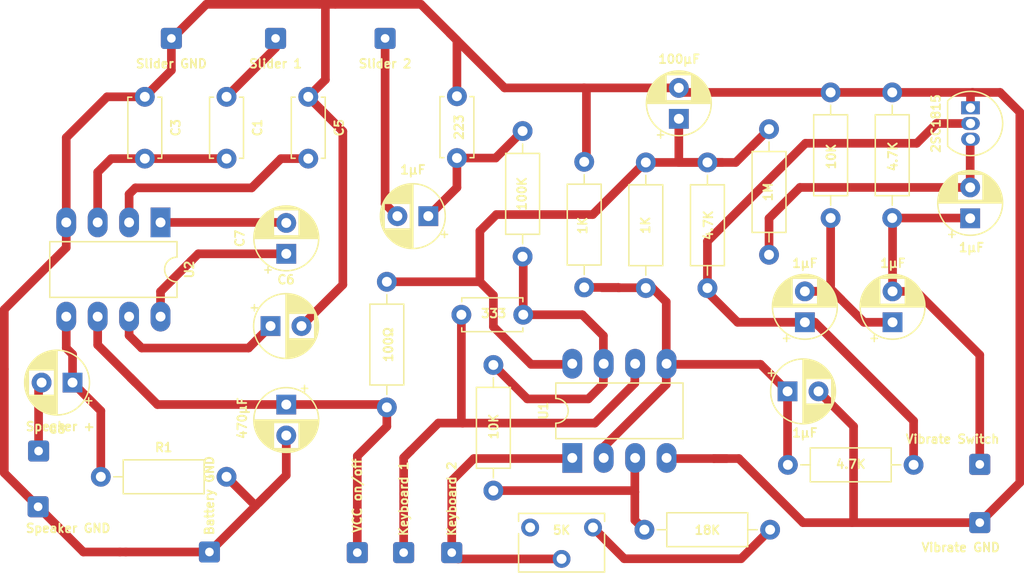
<source format=kicad_pcb>
(kicad_pcb (version 20221018) (generator pcbnew)
  (layers (0 "F.Cu" signal) (31 "B.Cu" signal) (34 "B.Paste" user) (35 "F.Paste" user) (36 "B.SilkS" user "B.Silkscreen") (37 "F.SilkS" user "F.Silkscreen") (38 "B.Mask" user) (39 "F.Mask" user) (44 "Edge.Cuts" user))
  (net 0 "")
  (net 1 "Net-(C1-Pad2)")
  (net 2 "GND")
  (net 3 "VCC")
  (net 4 "W")
  (net 5 "O")
  (net 6 "Net-(C6-Pad1)")
  (net 7 "Net-(C7-Pad1)")
  (net 8 "Net-(C10-Pad1)")
  (net 9 "G")
  (net 10 "Net-(C11-Pad1)")
  (net 11 "Net-(C13-Pad2)")
  (net 12 "V")
  (net 13 "Y")
  (net 14 "Net-(C14-Pad1)")
  (net 15 "Net-(C15-Pad1)")
  (net 16 "Net-(C16-Pad1)")
  (net 17 "Net-(C17-Pad1)")
  (net 18 "P")
  (net 19 "Net-(R11-Pad1)")
  (net 20 "Net-(R12-Pad1)")
  (net 21 "Net-(C5-Pad2)")
  (net 22 "Net-(C7-Pad2)")
  (net 23 "Net-(C8-Pad1)")
  (footprint "Capacitor_THT:CP_Radial_D5.0mm_P2.50mm" (layer "F.Cu") (at 178.816 99.822 -90)
    (fp_text reference "C2" hide)
    (fp_text value "470µF" (at 1.1049 3.556 90) (layer "F.SilkS") (effects (font (size 0.7 0.7))))
    (pad "1" thru_hole rect (at 0 0 270) (size 1.6 1.6) (drill 0.8) (layers "*.Cu" "*.Mask") (net 3 "VCC"))
    (pad "2" thru_hole circle (at 2.5 0 270) (size 1.6 1.6) (drill 0.8) (layers "*.Cu" "*.Mask") (net 2 "GND"))
  )
  (footprint "Capacitor_THT:CP_Radial_D5.0mm_P2.50mm" (layer "F.Cu") (at 210.5406 76.708 90)
    (fp_text reference "C10" hide)
    (fp_text value "100µF" (at 4.826 0.0254 180) (layer "F.SilkS") (effects (font (size 0.7 0.7))))
    (pad "1" thru_hole rect (at 0 0 90) (size 1.6 1.6) (drill 0.8) (layers "*.Cu" "*.Mask") (net 8 "Net-(C10-Pad1)"))
    (pad "2" thru_hole circle (at 2.5 0 90) (size 1.6 1.6) (drill 0.8) (layers "*.Cu" "*.Mask") (net 2 "GND"))
  )
  (footprint "Capacitor_THT:CP_Radial_D5.0mm_P2.50mm" (layer "F.Cu") (at 190.2968 84.582 180)
    (fp_text reference "C11" hide)
    (fp_text value "1µF" (at 1.25 3.75) (layer "F.SilkS") (effects (font (size 0.7 0.7))))
    (pad "1" thru_hole rect (at 0 0 180) (size 1.6 1.6) (drill 0.8) (layers "*.Cu" "*.Mask") (net 10 "Net-(C11-Pad1)"))
    (pad "2" thru_hole circle (at 2.5 0 180) (size 1.6 1.6) (drill 0.8) (layers "*.Cu" "*.Mask") (net 9 "G"))
  )
  (footprint "Capacitor_THT:C_Disc_D4.7mm_W2.5mm_P5.00mm" (layer "F.Cu") (at 192.6082 79.883 90)
    (fp_text reference "C12" hide)
    (fp_text value "223" (at 2.5 0.1778 90) (layer "F.SilkS") (effects (font (size 0.7 0.7))))
    (pad "1" thru_hole circle (at 0 0 90) (size 1.6 1.6) (drill 0.8) (layers "*.Cu" "*.Mask") (net 10 "Net-(C11-Pad1)"))
    (pad "2" thru_hole circle (at 5 0 90) (size 1.6 1.6) (drill 0.8) (layers "*.Cu" "*.Mask") (net 2 "GND"))
  )
  (footprint "Capacitor_THT:CP_Radial_D5.0mm_P2.50mm" (layer "F.Cu") (at 234.0864 84.7598 90)
    (fp_text reference "C13" hide)
    (fp_text value "1µF" (at -2.3622 0.1016 180) (layer "F.SilkS") (effects (font (size 0.7 0.7))))
    (pad "1" thru_hole rect (at 0 0 90) (size 1.6 1.6) (drill 0.8) (layers "*.Cu" "*.Mask") (net 12 "V"))
    (pad "2" thru_hole circle (at 2.5 0 90) (size 1.6 1.6) (drill 0.8) (layers "*.Cu" "*.Mask") (net 11 "Net-(C13-Pad2)"))
  )
  (footprint "Capacitor_THT:C_Disc_D4.7mm_W2.5mm_P5.00mm" (layer "F.Cu") (at 197.9676 92.5576 180)
    (fp_text reference "C14" hide)
    (fp_text value "333" (at 2.3876 0.1016) (layer "F.SilkS") (effects (font (size 0.7 0.7))))
    (pad "1" thru_hole circle (at 0 0 180) (size 1.6 1.6) (drill 0.8) (layers "*.Cu" "*.Mask") (net 14 "Net-(C14-Pad1)"))
    (pad "2" thru_hole circle (at 5 0 180) (size 1.6 1.6) (drill 0.8) (layers "*.Cu" "*.Mask") (net 13 "Y"))
  )
  (footprint "Capacitor_THT:CP_Radial_D5.0mm_P2.50mm" (layer "F.Cu") (at 227.8126 93.1672 90)
    (fp_text reference "C15" hide)
    (fp_text value "1µF" (at 4.7752 0.0254 180) (layer "F.SilkS") (effects (font (size 0.7 0.7))))
    (pad "1" thru_hole rect (at 0 0 90) (size 1.6 1.6) (drill 0.8) (layers "*.Cu" "*.Mask") (net 15 "Net-(C15-Pad1)"))
    (pad "2" thru_hole circle (at 2.5 0 90) (size 1.6 1.6) (drill 0.8) (layers "*.Cu" "*.Mask") (net 12 "V"))
  )
  (footprint "Capacitor_THT:CP_Radial_D5.0mm_P2.50mm" (layer "F.Cu") (at 219.329 98.7552)
    (fp_text reference "C16" hide)
    (fp_text value "1µF" (at 1.397 3.3528) (layer "F.SilkS") (effects (font (size 0.7 0.7))))
    (pad "1" thru_hole rect (at 0 0) (size 1.6 1.6) (drill 0.8) (layers "*.Cu" "*.Mask") (net 16 "Net-(C16-Pad1)"))
    (pad "2" thru_hole circle (at 2.5 0) (size 1.6 1.6) (drill 0.8) (layers "*.Cu" "*.Mask") (net 2 "GND"))
  )
  (footprint "Capacitor_THT:CP_Radial_D5.0mm_P2.50mm" (layer "F.Cu") (at 220.726 93.1672 90)
    (fp_text reference "C17" hide)
    (fp_text value "1µF" (at 4.7752 0 180) (layer "F.SilkS") (effects (font (size 0.7 0.7))))
    (pad "1" thru_hole rect (at 0 0 90) (size 1.6 1.6) (drill 0.8) (layers "*.Cu" "*.Mask") (net 17 "Net-(C17-Pad1)"))
    (pad "2" thru_hole circle (at 2.5 0 90) (size 1.6 1.6) (drill 0.8) (layers "*.Cu" "*.Mask") (net 15 "Net-(C15-Pad1)"))
  )
  (footprint "Connector_Wire:SolderWire-0.15sqmm_1x01_D0.5mm_OD1.5mm" (layer "F.Cu") (at 158.7627 108.0897)
    (fp_text reference "J2" hide)
    (fp_text value "Speaker GND" (at 2.4257 1.7399) (layer "F.SilkS") (effects (font (size 0.7 0.7))))
    (pad "1" thru_hole roundrect (at 0 0) (size 1.7 1.7) (drill 0.7) (layers "*.Cu" "*.Mask") (roundrect_rratio 0.147059) (net 2 "GND"))
  )
  (footprint "Connector_Wire:SolderWire-0.15sqmm_1x01_D0.5mm_OD1.5mm" (layer "F.Cu") (at 169.5323 70.2056)
    (fp_text reference "J3" hide)
    (fp_text value "Slider GND" (at 0 2.05) (layer "F.SilkS") (effects (font (size 0.7 0.7))))
    (pad "1" thru_hole roundrect (at 0 0) (size 1.7 1.7) (drill 0.7) (layers "*.Cu" "*.Mask") (roundrect_rratio 0.147059) (net 2 "GND"))
  )
  (footprint "Connector_Wire:SolderWire-0.15sqmm_1x01_D0.5mm_OD1.5mm" (layer "F.Cu") (at 234.8611 109.3724)
    (fp_text reference "J4" hide)
    (fp_text value "Vibrate GND" (at -1.5367 2.0066) (layer "F.SilkS") (effects (font (size 0.7 0.7))))
    (pad "1" thru_hole roundrect (at 0 0) (size 1.7 1.7) (drill 0.7) (layers "*.Cu" "*.Mask") (roundrect_rratio 0.147059) (net 2 "GND"))
  )
  (footprint "Connector_Wire:SolderWire-0.15sqmm_1x01_D0.5mm_OD1.5mm" (layer "F.Cu") (at 184.5564 111.7981)
    (fp_text reference "J5" hide)
    (fp_text value "VCC on/off" (at 0 -4.6101 90) (layer "F.SilkS") (effects (font (size 0.7 0.7))))
    (pad "1" thru_hole roundrect (at 0 0) (size 1.7 1.7) (drill 0.7) (layers "*.Cu" "*.Mask") (roundrect_rratio 0.147059) (net 3 "VCC"))
  )
  (footprint "Connector_Wire:SolderWire-0.15sqmm_1x01_D0.5mm_OD1.5mm" (layer "F.Cu") (at 158.8008 103.5812)
    (fp_text reference "J6" hide)
    (fp_text value "Speaker +" (at 1.7526 -1.9812) (layer "F.SilkS") (effects (font (size 0.7 0.7))))
    (pad "1" thru_hole roundrect (at 0 0) (size 1.7 1.7) (drill 0.7) (layers "*.Cu" "*.Mask") (roundrect_rratio 0.147059) (net 4 "W"))
  )
  (footprint "Connector_Wire:SolderWire-0.15sqmm_1x01_D0.5mm_OD1.5mm" (layer "F.Cu") (at 177.9524 70.2056)
    (fp_text reference "J7" hide)
    (fp_text value "Slider 1" (at 0 2.05) (layer "F.SilkS") (effects (font (size 0.7 0.7))))
    (pad "1" thru_hole roundrect (at 0 0) (size 1.7 1.7) (drill 0.7) (layers "*.Cu" "*.Mask") (roundrect_rratio 0.147059) (net 5 "O"))
  )
  (footprint "Connector_Wire:SolderWire-0.15sqmm_1x01_D0.5mm_OD1.5mm" (layer "F.Cu") (at 186.8043 70.2056)
    (fp_text reference "J8" hide)
    (fp_text value "Slider 2" (at 0 2.05) (layer "F.SilkS") (effects (font (size 0.7 0.7))))
    (pad "1" thru_hole roundrect (at 0 0) (size 1.7 1.7) (drill 0.7) (layers "*.Cu" "*.Mask") (roundrect_rratio 0.147059) (net 9 "G"))
  )
  (footprint "Connector_Wire:SolderWire-0.15sqmm_1x01_D0.5mm_OD1.5mm" (layer "F.Cu") (at 188.3029 111.7981)
    (fp_text reference "J9" hide)
    (fp_text value "Keyboard 1" (at 0 -4.3561 90) (layer "F.SilkS") (effects (font (size 0.7 0.7))))
    (pad "1" thru_hole roundrect (at 0 0) (size 1.7 1.7) (drill 0.7) (layers "*.Cu" "*.Mask") (roundrect_rratio 0.147059) (net 13 "Y"))
  )
  (footprint "Connector_Wire:SolderWire-0.15sqmm_1x01_D0.5mm_OD1.5mm" (layer "F.Cu") (at 192.1891 111.7981)
    (fp_text reference "J10" hide)
    (fp_text value "Keyboard 2" (at 0 -4.3561 90) (layer "F.SilkS") (effects (font (size 0.7 0.7))))
    (pad "1" thru_hole roundrect (at 0 0) (size 1.7 1.7) (drill 0.7) (layers "*.Cu" "*.Mask") (roundrect_rratio 0.147059) (net 18 "P"))
  )
  (footprint "Connector_Wire:SolderWire-0.15sqmm_1x01_D0.5mm_OD1.5mm" (layer "F.Cu") (at 234.8611 104.6607)
    (fp_text reference "J11" hide)
    (fp_text value "Vibrate Switch" (at -2.1971 -2.0447) (layer "F.SilkS") (effects (font (size 0.7 0.7))))
    (pad "1" thru_hole roundrect (at 0 0) (size 1.7 1.7) (drill 0.7) (layers "*.Cu" "*.Mask") (roundrect_rratio 0.147059) (net 12 "V"))
  )
  (footprint "Package_TO_SOT_THT:TO-92_Inline" (layer "F.Cu") (at 234.1118 75.819 -90)
    (fp_text reference "Q1" hide)
    (fp_text value "2SC1815" (at 1.27 2.79 90) (layer "F.SilkS") (effects (font (size 0.7 0.7))))
    (pad "1" thru_hole rect (at 0 0 270) (size 1.05 1.5) (drill 0.75) (layers "*.Cu" "*.Mask") (net 2 "GND"))
    (pad "2" thru_hole oval (at 1.27 0 270) (size 1.05 1.5) (drill 0.75) (layers "*.Cu" "*.Mask") (net 17 "Net-(C17-Pad1)"))
    (pad "3" thru_hole oval (at 2.54 0 270) (size 1.05 1.5) (drill 0.75) (layers "*.Cu" "*.Mask") (net 11 "Net-(C13-Pad2)"))
  )
  (footprint "Resistor_THT:R_Axial_DIN0207_L6.3mm_D2.5mm_P10.16mm_Horizontal" (layer "F.Cu") (at 186.944 89.8906 -90)
    (fp_text reference "R2" hide)
    (fp_text value "100Ω" (at 5.08 -0.127 90) (layer "F.SilkS") (effects (font (size 0.7 0.7))))
    (pad "1" thru_hole circle (at 0 0 270) (size 1.6 1.6) (drill 0.8) (layers "*.Cu" "*.Mask") (net 8 "Net-(C10-Pad1)"))
    (pad "2" thru_hole oval (at 10.16 0 270) (size 1.6 1.6) (drill 0.8) (layers "*.Cu" "*.Mask") (net 3 "VCC"))
  )
  (footprint "Resistor_THT:R_Axial_DIN0207_L6.3mm_D2.5mm_P10.16mm_Horizontal" (layer "F.Cu") (at 212.852 90.3986 90)
    (fp_text reference "R3" hide)
    (fp_text value "4.7K" (at 5.08 0.0762 90) (layer "F.SilkS") (effects (font (size 0.7 0.7))))
    (pad "1" thru_hole circle (at 0 0 90) (size 1.6 1.6) (drill 0.8) (layers "*.Cu" "*.Mask") (net 17 "Net-(C17-Pad1)"))
    (pad "2" thru_hole oval (at 10.16 0 90) (size 1.6 1.6) (drill 0.8) (layers "*.Cu" "*.Mask") (net 8 "Net-(C10-Pad1)"))
  )
  (footprint "Resistor_THT:R_Axial_DIN0207_L6.3mm_D2.5mm_P10.16mm_Horizontal" (layer "F.Cu") (at 217.8304 87.7062 90)
    (fp_text reference "R4" hide)
    (fp_text value "1M" (at 5.08 -0.0762 90) (layer "F.SilkS") (effects (font (size 0.7 0.7))))
    (pad "1" thru_hole circle (at 0 0 90) (size 1.6 1.6) (drill 0.8) (layers "*.Cu" "*.Mask") (net 11 "Net-(C13-Pad2)"))
    (pad "2" thru_hole oval (at 10.16 0 90) (size 1.6 1.6) (drill 0.8) (layers "*.Cu" "*.Mask") (net 8 "Net-(C10-Pad1)"))
  )
  (footprint "Resistor_THT:R_Axial_DIN0207_L6.3mm_D2.5mm_P10.16mm_Horizontal" (layer "F.Cu") (at 197.9168 77.6986 -90)
    (fp_text reference "R5" hide)
    (fp_text value "100K" (at 5.08 0.0508 90) (layer "F.SilkS") (effects (font (size 0.7 0.7))))
    (pad "1" thru_hole circle (at 0 0 270) (size 1.6 1.6) (drill 0.8) (layers "*.Cu" "*.Mask") (net 10 "Net-(C11-Pad1)"))
    (pad "2" thru_hole oval (at 10.16 0 270) (size 1.6 1.6) (drill 0.8) (layers "*.Cu" "*.Mask") (net 14 "Net-(C14-Pad1)"))
  )
  (footprint "Resistor_THT:R_Axial_DIN0207_L6.3mm_D2.5mm_P10.16mm_Horizontal" (layer "F.Cu") (at 207.8736 90.3986 90)
    (fp_text reference "R6" hide)
    (fp_text value "1K" (at 5.08 -0.0254 90) (layer "F.SilkS") (effects (font (size 0.7 0.7))))
    (pad "1" thru_hole circle (at 0 0 90) (size 1.6 1.6) (drill 0.8) (layers "*.Cu" "*.Mask") (net 16 "Net-(C16-Pad1)"))
    (pad "2" thru_hole oval (at 10.16 0 90) (size 1.6 1.6) (drill 0.8) (layers "*.Cu" "*.Mask") (net 8 "Net-(C10-Pad1)"))
  )
  (footprint "Resistor_THT:R_Axial_DIN0207_L6.3mm_D2.5mm_P10.16mm_Horizontal" (layer "F.Cu") (at 227.7872 84.7344 90)
    (fp_text reference "R7" hide)
    (fp_text value "4.7K" (at 4.9784 0.0508 90) (layer "F.SilkS") (effects (font (size 0.7 0.7))))
    (pad "1" thru_hole circle (at 0 0 90) (size 1.6 1.6) (drill 0.8) (layers "*.Cu" "*.Mask") (net 12 "V"))
    (pad "2" thru_hole oval (at 10.16 0 90) (size 1.6 1.6) (drill 0.8) (layers "*.Cu" "*.Mask") (net 2 "GND"))
  )
  (footprint "Resistor_THT:R_Axial_DIN0207_L6.3mm_D2.5mm_P10.16mm_Horizontal" (layer "F.Cu") (at 202.8952 80.1878 -90)
    (fp_text reference "R8" hide)
    (fp_text value "1K" (at 5.1562 0.127 90) (layer "F.SilkS") (effects (font (size 0.7 0.7))))
    (pad "1" thru_hole circle (at 0 0 270) (size 1.6 1.6) (drill 0.8) (layers "*.Cu" "*.Mask") (net 2 "GND"))
    (pad "2" thru_hole oval (at 10.16 0 270) (size 1.6 1.6) (drill 0.8) (layers "*.Cu" "*.Mask") (net 16 "Net-(C16-Pad1)"))
  )
  (footprint "Resistor_THT:R_Axial_DIN0207_L6.3mm_D2.5mm_P10.16mm_Horizontal" (layer "F.Cu") (at 222.8088 84.7344 90)
    (fp_text reference "R9" hide)
    (fp_text value "10K" (at 4.9784 0.0508 90) (layer "F.SilkS") (effects (font (size 0.7 0.7))))
    (pad "1" thru_hole circle (at 0 0 90) (size 1.6 1.6) (drill 0.8) (layers "*.Cu" "*.Mask") (net 15 "Net-(C15-Pad1)"))
    (pad "2" thru_hole oval (at 10.16 0 90) (size 1.6 1.6) (drill 0.8) (layers "*.Cu" "*.Mask") (net 2 "GND"))
  )
  (footprint "Resistor_THT:R_Axial_DIN0207_L6.3mm_D2.5mm_P10.16mm_Horizontal" (layer "F.Cu") (at 229.5144 104.6988 180)
    (fp_text reference "R10" hide)
    (fp_text value "4.7K" (at 5.08 0.0508) (layer "F.SilkS") (effects (font (size 0.7 0.7))))
    (pad "1" thru_hole circle (at 0 0 180) (size 1.6 1.6) (drill 0.8) (layers "*.Cu" "*.Mask") (net 17 "Net-(C17-Pad1)"))
    (pad "2" thru_hole oval (at 10.16 0 180) (size 1.6 1.6) (drill 0.8) (layers "*.Cu" "*.Mask") (net 16 "Net-(C16-Pad1)"))
  )
  (footprint "Resistor_THT:R_Axial_DIN0207_L6.3mm_D2.5mm_P10.16mm_Horizontal" (layer "F.Cu") (at 195.5546 106.7816 90)
    (fp_text reference "R11" hide)
    (fp_text value "10K" (at 5.1816 0.0254 90) (layer "F.SilkS") (effects (font (size 0.7 0.7))))
    (pad "1" thru_hole circle (at 0 0 90) (size 1.6 1.6) (drill 0.8) (layers "*.Cu" "*.Mask") (net 19 "Net-(R11-Pad1)"))
    (pad "2" thru_hole oval (at 10.16 0 90) (size 1.6 1.6) (drill 0.8) (layers "*.Cu" "*.Mask") (net 14 "Net-(C14-Pad1)"))
  )
  (footprint "Resistor_THT:R_Axial_DIN0207_L6.3mm_D2.5mm_P10.16mm_Horizontal" (layer "F.Cu") (at 217.9193 109.9439 180)
    (fp_text reference "R12" hide)
    (fp_text value "18K" (at 5.0673 -0.0381) (layer "F.SilkS") (effects (font (size 0.7 0.7))))
    (pad "1" thru_hole circle (at 0 0 180) (size 1.6 1.6) (drill 0.8) (layers "*.Cu" "*.Mask") (net 20 "Net-(R12-Pad1)"))
    (pad "2" thru_hole oval (at 10.16 0 180) (size 1.6 1.6) (drill 0.8) (layers "*.Cu" "*.Mask") (net 19 "Net-(R11-Pad1)"))
  )
  (footprint "Potentiometer_THT:Potentiometer_Bourns_3266W_Vertical" (layer "F.Cu") (at 203.6064 109.7661)
    (fp_text reference "R13" hide)
    (fp_text value "5K" (at -2.54 0.2159) (layer "F.SilkS") (effects (font (size 0.7 0.7))))
    (pad "1" thru_hole circle (at 0 0) (size 1.44 1.44) (drill 0.8) (layers "*.Cu" "*.Mask") (net 20 "Net-(R12-Pad1)"))
    (pad "2" thru_hole circle (at -2.54 2.54) (size 1.44 1.44) (drill 0.8) (layers "*.Cu" "*.Mask") (net 18 "P"))
    (pad "3" thru_hole circle (at -5.08 0) (size 1.44 1.44) (drill 0.8) (layers "*.Cu" "*.Mask"))
  )
  (footprint "Package_DIP:DIP-8_W7.62mm_LongPads" (layer "F.Cu") (at 201.93 104.14 90)
    (fp_text reference "U1" (at 3.81 -2.33 90) (layer "F.SilkS") (effects (font (size 0.7 0.7))))
    (fp_text value "LA6458")
    (pad "1" thru_hole rect (at 0 0 90) (size 2.4 1.6) (drill 0.8) (layers "*.Cu" "*.Mask") (net 18 "P"))
    (pad "2" thru_hole oval (at 0 2.54 90) (size 2.4 1.6) (drill 0.8) (layers "*.Cu" "*.Mask") (net 16 "Net-(C16-Pad1)"))
    (pad "3" thru_hole oval (at 0 5.08 90) (size 2.4 1.6) (drill 0.8) (layers "*.Cu" "*.Mask") (net 19 "Net-(R11-Pad1)"))
    (pad "4" thru_hole oval (at 0 7.62 90) (size 2.4 1.6) (drill 0.8) (layers "*.Cu" "*.Mask") (net 2 "GND"))
    (pad "5" thru_hole oval (at 7.62 7.62 90) (size 2.4 1.6) (drill 0.8) (layers "*.Cu" "*.Mask") (net 16 "Net-(C16-Pad1)"))
    (pad "6" thru_hole oval (at 7.62 5.08 90) (size 2.4 1.6) (drill 0.8) (layers "*.Cu" "*.Mask") (net 13 "Y"))
    (pad "7" thru_hole oval (at 7.62 2.54 90) (size 2.4 1.6) (drill 0.8) (layers "*.Cu" "*.Mask") (net 14 "Net-(C14-Pad1)"))
    (pad "8" thru_hole oval (at 7.62 0 90) (size 2.4 1.6) (drill 0.8) (layers "*.Cu" "*.Mask") (net 8 "Net-(C10-Pad1)"))
  )
  (footprint "Capacitor_THT:C_Disc_D4.7mm_W2.5mm_P5.00mm" (layer "F.Cu") (at 173.99 74.93 -90)
    (fp_text reference "C1" (at 2.5 -2.5 90) (layer "F.SilkS") (effects (font (size 0.7 0.7))))
    (fp_text value "0.27µF")
    (pad "1" thru_hole circle (at 0 0 270) (size 1.6 1.6) (drill 0.8) (layers "*.Cu" "*.Mask") (net 5 "O"))
    (pad "2" thru_hole circle (at 5 0 270) (size 1.6 1.6) (drill 0.8) (layers "*.Cu" "*.Mask") (net 1 "Net-(C1-Pad2)"))
  )
  (footprint "Capacitor_THT:C_Disc_D4.7mm_W2.5mm_P5.00mm" (layer "F.Cu") (at 167.386 74.93 -90)
    (fp_text reference "C3" (at 2.5 -2.5 90) (layer "F.SilkS") (effects (font (size 0.7 0.7))))
    (fp_text value "47pF")
    (pad "1" thru_hole circle (at 0 0 270) (size 1.6 1.6) (drill 0.8) (layers "*.Cu" "*.Mask") (net 2 "GND"))
    (pad "2" thru_hole circle (at 5 0 270) (size 1.6 1.6) (drill 0.8) (layers "*.Cu" "*.Mask") (net 1 "Net-(C1-Pad2)"))
  )
  (footprint "Capacitor_THT:C_Disc_D4.7mm_W2.5mm_P5.00mm" (layer "F.Cu") (at 180.594 74.93 -90)
    (fp_text reference "C5" (at 2.5 -2.5 90) (layer "F.SilkS") (effects (font (size 0.7 0.7))))
    (fp_text value "0.27µF")
    (pad "1" thru_hole circle (at 0 0 270) (size 1.6 1.6) (drill 0.8) (layers "*.Cu" "*.Mask") (net 2 "GND"))
    (pad "2" thru_hole circle (at 5 0 270) (size 1.6 1.6) (drill 0.8) (layers "*.Cu" "*.Mask") (net 21 "Net-(C5-Pad2)"))
  )
  (footprint "Capacitor_THT:CP_Radial_D5.0mm_P2.50mm" (layer "F.Cu") (at 177.546 93.472)
    (fp_text reference "C6" (at 1.25 -3.75) (layer "F.SilkS") (effects (font (size 0.7 0.7))))
    (fp_text value "10µF")
    (pad "1" thru_hole rect (at 0 0) (size 1.6 1.6) (drill 0.8) (layers "*.Cu" "*.Mask") (net 6 "Net-(C6-Pad1)"))
    (pad "2" thru_hole circle (at 2.5 0) (size 1.6 1.6) (drill 0.8) (layers "*.Cu" "*.Mask") (net 2 "GND"))
  )
  (footprint "Capacitor_THT:CP_Radial_D5.0mm_P2.50mm" (layer "F.Cu") (at 178.816 87.63 90)
    (fp_text reference "C7" (at 1.25 -3.75 90) (layer "F.SilkS") (effects (font (size 0.7 0.7))))
    (fp_text value "10µF")
    (pad "1" thru_hole rect (at 0 0 90) (size 1.6 1.6) (drill 0.8) (layers "*.Cu" "*.Mask") (net 7 "Net-(C7-Pad1)"))
    (pad "2" thru_hole circle (at 2.5 0 90) (size 1.6 1.6) (drill 0.8) (layers "*.Cu" "*.Mask") (net 22 "Net-(C7-Pad2)"))
  )
  (footprint "Capacitor_THT:CP_Radial_D5.0mm_P2.50mm" (layer "F.Cu") (at 161.544 98.044 180)
    (fp_text reference "C8" (at 1.25 -3.75) (layer "F.SilkS") (effects (font (size 0.7 0.7))))
    (fp_text value "470µF")
    (pad "1" thru_hole rect (at 0 0 180) (size 1.6 1.6) (drill 0.8) (layers "*.Cu" "*.Mask") (net 23 "Net-(C8-Pad1)"))
    (pad "2" thru_hole circle (at 2.5 0 180) (size 1.6 1.6) (drill 0.8) (layers "*.Cu" "*.Mask") (net 4 "W"))
  )
  (footprint "Resistor_THT:R_Axial_DIN0207_L6.3mm_D2.5mm_P10.16mm_Horizontal" (layer "F.Cu") (at 163.83 105.664)
    (fp_text reference "R1" (at 5.08 -2.37) (layer "F.SilkS") (effects (font (size 0.7 0.7))))
    (fp_text value "100Ω")
    (pad "1" thru_hole circle (at 0 0) (size 1.6 1.6) (drill 0.8) (layers "*.Cu" "*.Mask") (net 23 "Net-(C8-Pad1)"))
    (pad "2" thru_hole oval (at 10.16 0) (size 1.6 1.6) (drill 0.8) (layers "*.Cu" "*.Mask") (net 2 "GND"))
  )
  (footprint "Package_DIP:DIP-8_W7.62mm_LongPads" (layer "F.Cu") (at 168.656 85.09 -90)
    (fp_text reference "U2" (at 3.81 -2.33 90) (layer "F.SilkS") (effects (font (size 0.7 0.7))))
    (fp_text value "LM386")
    (pad "1" thru_hole rect (at 0 0 270) (size 2.4 1.6) (drill 0.8) (layers "*.Cu" "*.Mask") (net 22 "Net-(C7-Pad2)"))
    (pad "2" thru_hole oval (at 0 2.54 270) (size 2.4 1.6) (drill 0.8) (layers "*.Cu" "*.Mask") (net 21 "Net-(C5-Pad2)"))
    (pad "3" thru_hole oval (at 0 5.08 270) (size 2.4 1.6) (drill 0.8) (layers "*.Cu" "*.Mask") (net 1 "Net-(C1-Pad2)"))
    (pad "4" thru_hole oval (at 0 7.62 270) (size 2.4 1.6) (drill 0.8) (layers "*.Cu" "*.Mask") (net 2 "GND"))
    (pad "5" thru_hole oval (at 7.62 7.62 270) (size 2.4 1.6) (drill 0.8) (layers "*.Cu" "*.Mask") (net 23 "Net-(C8-Pad1)"))
    (pad "6" thru_hole oval (at 7.62 5.08 270) (size 2.4 1.6) (drill 0.8) (layers "*.Cu" "*.Mask") (net 3 "VCC"))
    (pad "7" thru_hole oval (at 7.62 2.54 270) (size 2.4 1.6) (drill 0.8) (layers "*.Cu" "*.Mask") (net 6 "Net-(C6-Pad1)"))
    (pad "8" thru_hole oval (at 7.62 0 270) (size 2.4 1.6) (drill 0.8) (layers "*.Cu" "*.Mask") (net 7 "Net-(C7-Pad1)"))
  )
  (footprint "Connector_Wire:SolderWire-0.15sqmm_1x01_D0.5mm_OD1.5mm" (layer "F.Cu") (at 172.6057 111.7473)
    (fp_text reference "J1" hide)
    (fp_text value "Battery GND" (at 0 -4.5593 90) (layer "F.SilkS") (effects (font (size 0.7 0.7))))
    (pad "1" thru_hole roundrect (at 0 0) (size 1.7 1.7) (drill 0.7) (layers "*.Cu" "*.Mask") (roundrect_rratio 0.147059) (net 2 "GND"))
  )
  (segment (start 163.576 81.026) (end 163.576 85.09) (width 0.7) (layer "F.Cu") (net 1))
  (segment (start 164.672 79.93) (end 163.576 81.026) (width 0.7) (layer "F.Cu") (net 1))
  (segment (start 173.99 79.93) (end 164.672 79.93) (width 0.7) (layer "F.Cu") (net 1))
  (segment (start 213.3854 104.1908) (end 214.4014 104.1908) (width 0.7) (layer "F.Cu") (net 2))
  (segment (start 177.4209 106.9321) (end 176.5935 107.7595) (width 0.7) (layer "F.Cu") (net 2))
  (segment (start 180.594 74.93) (end 183.388 77.724) (width 0.7) (layer "F.Cu") (net 2))
  (segment (start 238.0996 106.1339) (end 234.8611 109.3724) (width 0.7) (layer "F.Cu") (net 2))
  (segment (start 183.388 90.13) (end 180.046 93.472) (width 0.7) (layer "F.Cu") (net 2))
  (segment (start 215.392 104.1908) (end 213.3854 104.1908) (width 0.7) (layer "F.Cu") (net 2))
  (segment (start 181.9783 73.5457) (end 180.594 74.93) (width 0.7) (layer "F.Cu") (net 2))
  (segment (start 172.6057 111.7473) (end 165.8493 111.7473) (width 0.7) (layer "F.Cu") (net 2))
  (segment (start 196.4582 74.208) (end 192.0494 69.7992) (width 0.7) (layer "F.Cu") (net 2))
  (segment (start 156.0322 92.1258) (end 161.036 87.122) (width 0.7) (layer "F.Cu") (net 2))
  (segment (start 224.536 109.3724) (end 220.5736 109.3724) (width 0.7) (layer "F.Cu") (net 2))
  (segment (start 165.3667 111.7473) (end 162.4203 111.7473) (width 0.7) (layer "F.Cu") (net 2))
  (segment (start 234.1118 74.7395) (end 234.2769 74.5744) (width 0.7) (layer "F.Cu") (net 2))
  (segment (start 221.829 98.7552) (end 224.663 101.5892) (width 0.7) (layer "F.Cu") (net 2))
  (segment (start 238.0996 76.1746) (end 238.0996 106.1339) (width 0.7) (layer "F.Cu") (net 2))
  (segment (start 161.036 87.122) (end 161.036 85.09) (width 0.7) (layer "F.Cu") (net 2))
  (segment (start 234.8611 109.3724) (end 224.536 109.3724) (width 0.7) (layer "F.Cu") (net 2))
  (segment (start 173.99 105.664) (end 176.3395 108.0135) (width 0.7) (layer "F.Cu") (net 2))
  (segment (start 169.5323 70.2056) (end 169.5323 72.7837) (width 0.7) (layer "F.Cu") (net 2))
  (segment (start 182.7784 67.4497) (end 189.6999 67.4497) (width 0.7) (layer "F.Cu") (net 2))
  (segment (start 224.663 109.2454) (end 224.536 109.3724) (width 0.7) (layer "F.Cu") (net 2))
  (segment (start 181.9783 67.4497) (end 181.9783 73.5457) (width 0.7) (layer "F.Cu") (net 2))
  (segment (start 169.5958 70.2056) (end 172.3517 67.4497) (width 0.7) (layer "F.Cu") (net 2))
  (segment (start 234.2769 74.5744) (end 236.4994 74.5744) (width 0.7) (layer "F.Cu") (net 2))
  (segment (start 176.5935 107.7595) (end 176.3395 108.0135) (width 0.7) (layer "F.Cu") (net 2))
  (segment (start 224.663 101.5892) (end 224.663 109.2454) (width 0.7) (layer "F.Cu") (net 2))
  (segment (start 183.388 77.724) (end 183.388 90.13) (width 0.7) (layer "F.Cu") (net 2))
  (segment (start 236.4994 74.5744) (end 238.0996 76.1746) (width 0.7) (layer "F.Cu") (net 2))
  (segment (start 172.3517 67.4497) (end 181.4957 67.4497) (width 0.7) (layer "F.Cu") (net 2))
  (segment (start 161.036 85.09) (end 161.036 78.232) (width 0.7) (layer "F.Cu") (net 2))
  (segment (start 203.073 80.1878) (end 203.073 74.3966) (width 0.7) (layer "F.Cu") (net 2))
  (segment (start 169.5323 72.7837) (end 167.386 74.93) (width 0.7) (layer "F.Cu") (net 2))
  (segment (start 178.816 105.537) (end 176.5935 107.7595) (width 0.7) (layer "F.Cu") (net 2))
  (segment (start 164.338 74.93) (end 167.386 74.93) (width 0.7) (layer "F.Cu") (net 2))
  (segment (start 192.6082 74.883) (end 192.6082 70.358) (width 0.7) (layer "F.Cu") (net 2))
  (segment (start 210.907 74.5744) (end 210.5406 74.208) (width 0.7) (layer "F.Cu") (net 2))
  (segment (start 178.816 102.322) (end 178.816 105.537) (width 0.7) (layer "F.Cu") (net 2))
  (segment (start 161.036 78.232) (end 164.338 74.93) (width 0.7) (layer "F.Cu") (net 2))
  (segment (start 189.6999 67.4497) (end 192.0494 69.7992) (width 0.7) (layer "F.Cu") (net 2))
  (segment (start 156.0322 96.9518) (end 156.0322 92.1258) (width 0.7) (layer "F.Cu") (net 2))
  (segment (start 222.7072 74.5744) (end 210.907 74.5744) (width 0.7) (layer "F.Cu") (net 2))
  (segment (start 169.5323 70.2056) (end 169.5958 70.2056) (width 0.7) (layer "F.Cu") (net 2))
  (segment (start 202.8844 74.208) (end 196.4582 74.208) (width 0.7) (layer "F.Cu") (net 2))
  (segment (start 227.7872 74.5744) (end 234.2769 74.5744) (width 0.7) (layer "F.Cu") (net 2))
  (segment (start 181.9783 67.4497) (end 182.7784 67.4497) (width 0.7) (layer "F.Cu") (net 2))
  (segment (start 165.8493 111.7473) (end 165.3667 111.7473) (width 0.7) (layer "F.Cu") (net 2))
  (segment (start 203.073 74.3966) (end 202.8844 74.208) (width 0.7) (layer "F.Cu") (net 2))
  (segment (start 156.0322 105.3592) (end 158.7627 108.0897) (width 0.7) (layer "F.Cu") (net 2))
  (segment (start 220.5736 109.3724) (end 215.392 104.1908) (width 0.7) (layer "F.Cu") (net 2))
  (segment (start 156.0322 96.9518) (end 156.0322 105.3592) (width 0.7) (layer "F.Cu") (net 2))
  (segment (start 192.0494 69.7992) (end 192.6082 70.358) (width 0.7) (layer "F.Cu") (net 2))
  (segment (start 227.7872 74.5744) (end 222.7072 74.5744) (width 0.7) (layer "F.Cu") (net 2))
  (segment (start 162.4203 111.7473) (end 158.7627 108.0897) (width 0.7) (layer "F.Cu") (net 2))
  (segment (start 234.1118 75.819) (end 234.1118 74.7395) (width 0.7) (layer "F.Cu") (net 2))
  (segment (start 210.5406 74.208) (end 202.8844 74.208) (width 0.7) (layer "F.Cu") (net 2))
  (segment (start 181.4957 67.4497) (end 181.9783 67.4497) (width 0.7) (layer "F.Cu") (net 2))
  (segment (start 209.5246 104.1908) (end 213.3854 104.1908) (width 0.7) (layer "F.Cu") (net 2))
  (segment (start 176.3395 108.0135) (end 172.6057 111.7473) (width 0.7) (layer "F.Cu") (net 2))
  (segment (start 168.402 99.822) (end 166.243 97.663) (width 0.7) (layer "F.Cu") (net 3))
  (segment (start 184.5564 111.7981) (end 184.5564 103.9876) (width 0.7) (layer "F.Cu") (net 3))
  (segment (start 178.816 99.822) (end 168.402 99.822) (width 0.7) (layer "F.Cu") (net 3))
  (segment (start 166.243 97.663) (end 166.624 98.044) (width 0.7) (layer "F.Cu") (net 3))
  (segment (start 178.816 99.822) (end 186.7154 99.822) (width 0.7) (layer "F.Cu") (net 3))
  (segment (start 184.5564 103.9876) (end 186.944 101.6) (width 0.7) (layer "F.Cu") (net 3))
  (segment (start 163.576 92.71) (end 163.576 94.996) (width 0.7) (layer "F.Cu") (net 3))
  (segment (start 163.576 94.996) (end 166.243 97.663) (width 0.7) (layer "F.Cu") (net 3))
  (segment (start 186.7154 99.822) (end 186.944 100.0506) (width 0.7) (layer "F.Cu") (net 3))
  (segment (start 186.944 101.6) (end 186.944 100.0506) (width 0.7) (layer "F.Cu") (net 3))
  (segment (start 158.8008 98.2872) (end 159.044 98.044) (width 0.7) (layer "F.Cu") (net 4))
  (segment (start 158.8008 103.5812) (end 158.8008 98.2872) (width 0.7) (layer "F.Cu") (net 4))
  (segment (start 177.9524 70.9676) (end 173.99 74.93) (width 0.7) (layer "F.Cu") (net 5))
  (segment (start 177.9524 70.2056) (end 177.9524 70.9676) (width 0.7) (layer "F.Cu") (net 5))
  (segment (start 166.116 92.71) (end 166.116 94.234) (width 0.7) (layer "F.Cu") (net 6))
  (segment (start 167.132 95.25) (end 175.768 95.25) (width 0.7) (layer "F.Cu") (net 6))
  (segment (start 175.768 95.25) (end 177.546 93.472) (width 0.7) (layer "F.Cu") (net 6))
  (segment (start 166.116 94.234) (end 167.132 95.25) (width 0.7) (layer "F.Cu") (net 6))
  (segment (start 168.656 90.678) (end 171.069 88.265) (width 0.7) (layer "F.Cu") (net 7))
  (segment (start 171.704 87.63) (end 171.069 88.265) (width 0.7) (layer "F.Cu") (net 7))
  (segment (start 178.816 87.63) (end 171.704 87.63) (width 0.7) (layer "F.Cu") (net 7))
  (segment (start 171.069 88.265) (end 171.196 88.138) (width 0.7) (layer "F.Cu") (net 7))
  (segment (start 168.656 92.71) (end 168.656 90.678) (width 0.7) (layer "F.Cu") (net 7))
  (segment (start 201.9046 96.5708) (end 198.6026 96.5708) (width 0.7) (layer "F.Cu") (net 8))
  (segment (start 203.581 84.455) (end 207.7974 80.2386) (width 0.7) (layer "F.Cu") (net 8))
  (segment (start 212.5218 80.2386) (end 214.0458 80.2386) (width 0.7) (layer "F.Cu") (net 8))
  (segment (start 194.4624 85.7885) (end 195.7959 84.455) (width 0.7) (layer "F.Cu") (net 8))
  (segment (start 215.138 80.2386) (end 217.8304 77.5462) (width 0.7) (layer "F.Cu") (net 8))
  (segment (start 194.4624 89.8906) (end 194.4624 85.7885) (width 0.7) (layer "F.Cu") (net 8))
  (segment (start 210.5406 80.2386) (end 212.5218 80.2386) (width 0.7) (layer "F.Cu") (net 8))
  (segment (start 194.4624 89.8906) (end 195.5546 90.9828) (width 0.7) (layer "F.Cu") (net 8))
  (segment (start 195.5546 93.5228) (end 195.5546 90.9828) (width 0.7) (layer "F.Cu") (net 8))
  (segment (start 210.5406 76.708) (end 210.5406 80.2386) (width 0.7) (layer "F.Cu") (net 8))
  (segment (start 212.852 80.2386) (end 215.138 80.2386) (width 0.7) (layer "F.Cu") (net 8))
  (segment (start 195.7959 84.455) (end 203.581 84.455) (width 0.7) (layer "F.Cu") (net 8))
  (segment (start 186.944 89.8906) (end 194.4624 89.8906) (width 0.7) (layer "F.Cu") (net 8))
  (segment (start 207.7974 80.2386) (end 212.5218 80.2386) (width 0.7) (layer "F.Cu") (net 8))
  (segment (start 198.6026 96.5708) (end 195.5546 93.5228) (width 0.7) (layer "F.Cu") (net 8))
  (segment (start 186.8043 83.5895) (end 187.7968 84.582) (width 0.7) (layer "F.Cu") (net 9))
  (segment (start 186.8043 70.2056) (end 186.8043 83.5895) (width 0.7) (layer "F.Cu") (net 9))
  (segment (start 192.6082 79.883) (end 195.7324 79.883) (width 0.7) (layer "F.Cu") (net 10))
  (segment (start 192.6082 79.883) (end 192.6082 82.2706) (width 0.7) (layer "F.Cu") (net 10))
  (segment (start 192.6082 82.2706) (end 190.2968 84.582) (width 0.7) (layer "F.Cu") (net 10))
  (segment (start 195.7324 79.883) (end 197.9168 77.6986) (width 0.7) (layer "F.Cu") (net 10))
  (segment (start 234.0864 82.2598) (end 220.3304 82.2598) (width 0.7) (layer "F.Cu") (net 11))
  (segment (start 217.8304 87.7062) (end 217.8304 84.7598) (width 0.7) (layer "F.Cu") (net 11))
  (segment (start 217.8304 84.7598) (end 220.3304 82.2598) (width 0.7) (layer "F.Cu") (net 11))
  (segment (start 234.0864 82.2598) (end 234.0864 78.3844) (width 0.7) (layer "F.Cu") (net 11))
  (segment (start 234.0864 78.3844) (end 234.1118 78.359) (width 0.7) (layer "F.Cu") (net 11))
  (segment (start 227.8126 90.6672) (end 229.7195 90.6672) (width 0.7) (layer "F.Cu") (net 12))
  (segment (start 227.7872 84.7344) (end 234.061 84.7344) (width 0.7) (layer "F.Cu") (net 12))
  (segment (start 227.8126 84.7598) (end 227.7872 84.7344) (width 0.7) (layer "F.Cu") (net 12))
  (segment (start 229.7195 90.6672) (end 234.8611 95.8088) (width 0.7) (layer "F.Cu") (net 12))
  (segment (start 227.8126 90.6672) (end 227.8126 84.7598) (width 0.7) (layer "F.Cu") (net 12))
  (segment (start 234.8611 95.8088) (end 234.8611 104.6607) (width 0.7) (layer "F.Cu") (net 12))
  (segment (start 234.061 84.7344) (end 234.0864 84.7598) (width 0.7) (layer "F.Cu") (net 12))
  (segment (start 192.9676 101.2228) (end 193.0654 101.3206) (width 0.7) (layer "F.Cu") (net 13))
  (segment (start 192.9676 92.5576) (end 192.9676 101.2228) (width 0.7) (layer "F.Cu") (net 13))
  (segment (start 203.7588 101.3206) (end 193.0654 101.3206) (width 0.7) (layer "F.Cu") (net 13))
  (segment (start 188.88075 103.54945) (end 188.3664 104.0638) (width 0.7) (layer "F.Cu") (net 13))
  (segment (start 193.0654 101.3206) (end 191.1096 101.3206) (width 0.7) (layer "F.Cu") (net 13))
  (segment (start 188.3029 104.1273) (end 188.88075 103.54945) (width 0.7) (layer "F.Cu") (net 13))
  (segment (start 191.1096 101.3206) (end 188.88075 103.54945) (width 0.7) (layer "F.Cu") (net 13))
  (segment (start 206.9846 98.0948) (end 203.7588 101.3206) (width 0.7) (layer "F.Cu") (net 13))
  (segment (start 206.9846 96.5708) (end 206.9846 98.0948) (width 0.7) (layer "F.Cu") (net 13))
  (segment (start 188.3029 111.7981) (end 188.3029 104.1273) (width 0.7) (layer "F.Cu") (net 13))
  (segment (start 204.4446 98.1456) (end 203.2254 99.3648) (width 0.7) (layer "F.Cu") (net 14))
  (segment (start 204.4446 94.2594) (end 204.4446 96.5708) (width 0.7) (layer "F.Cu") (net 14))
  (segment (start 202.7428 92.5576) (end 204.4446 94.2594) (width 0.7) (layer "F.Cu") (net 14))
  (segment (start 204.4446 96.5708) (end 204.4446 98.1456) (width 0.7) (layer "F.Cu") (net 14))
  (segment (start 197.9676 92.5576) (end 197.9676 87.9094) (width 0.7) (layer "F.Cu") (net 14))
  (segment (start 198.2978 99.3648) (end 195.5546 96.6216) (width 0.7) (layer "F.Cu") (net 14))
  (segment (start 197.9676 92.5576) (end 202.7428 92.5576) (width 0.7) (layer "F.Cu") (net 14))
  (segment (start 197.9676 87.9094) (end 197.9168 87.8586) (width 0.7) (layer "F.Cu") (net 14))
  (segment (start 203.2254 99.3648) (end 198.2978 99.3648) (width 0.7) (layer "F.Cu") (net 14))
  (segment (start 222.8088 84.7344) (end 222.8088 90.4748) (width 0.7) (layer "F.Cu") (net 15))
  (segment (start 223.647 91.313) (end 225.5012 93.1672) (width 0.7) (layer "F.Cu") (net 15))
  (segment (start 222.8088 90.4748) (end 223.647 91.313) (width 0.7) (layer "F.Cu") (net 15))
  (segment (start 220.726 90.6672) (end 223.0012 90.6672) (width 0.7) (layer "F.Cu") (net 15))
  (segment (start 220.726 90.6672) (end 222.6164 90.6672) (width 0.7) (layer "F.Cu") (net 15))
  (segment (start 222.6164 90.6672) (end 222.8088 90.4748) (width 0.7) (layer "F.Cu") (net 15))
  (segment (start 223.0012 90.6672) (end 223.647 91.313) (width 0.7) (layer "F.Cu") (net 15))
  (segment (start 225.5012 93.1672) (end 227.8126 93.1672) (width 0.7) (layer "F.Cu") (net 15))
  (segment (start 205.6892 90.3732) (end 208.3816 90.3732) (width 0.7) (layer "F.Cu") (net 16))
  (segment (start 219.329 98.7552) (end 219.329 104.6734) (width 0.7) (layer "F.Cu") (net 16))
  (segment (start 219.329 104.6734) (end 219.3544 104.6988) (width 0.7) (layer "F.Cu") (net 16))
  (segment (start 209.5246 98.1964) (end 209.5246 96.5708) (width 0.7) (layer "F.Cu") (net 16))
  (segment (start 208.3816 90.3732) (end 208.407 90.3986) (width 0.7) (layer "F.Cu") (net 16))
  (segment (start 204.4446 104.1908) (end 204.4446 103.2764) (width 0.7) (layer "F.Cu") (net 16))
  (segment (start 203.073 90.3478) (end 205.6638 90.3478) (width 0.7) (layer "F.Cu") (net 16))
  (segment (start 204.4446 103.2764) (end 209.5246 98.1964) (width 0.7) (layer "F.Cu") (net 16))
  (segment (start 205.6638 90.3478) (end 205.6892 90.3732) (width 0.7) (layer "F.Cu") (net 16))
  (segment (start 209.5246 96.5708) (end 209.5246 91.5162) (width 0.7) (layer "F.Cu") (net 16))
  (segment (start 209.5246 91.5162) (end 208.407 90.3986) (width 0.7) (layer "F.Cu") (net 16))
  (segment (start 204.3176 90.3732) (end 205.6892 90.3732) (width 0.7) (layer "F.Cu") (net 16))
  (segment (start 217.1446 96.5708) (end 219.329 98.7552) (width 0.7) (layer "F.Cu") (net 16))
  (segment (start 209.5246 96.5708) (end 217.1446 96.5708) (width 0.7) (layer "F.Cu") (net 16))
  (segment (start 220.726 93.1672) (end 221.5388 93.1672) (width 0.7) (layer "F.Cu") (net 17))
  (segment (start 220.726 93.1672) (end 215.2904 93.1672) (width 0.7) (layer "F.Cu") (net 17))
  (segment (start 231.3686 77.089) (end 229.7684 78.6892) (width 0.7) (layer "F.Cu") (net 17))
  (segment (start 212.852 90.3986) (end 212.852 86.614) (width 0.7) (layer "F.Cu") (net 17))
  (segment (start 215.2904 93.1672) (end 212.5218 90.3986) (width 0.7) (layer "F.Cu") (net 17))
  (segment (start 229.7684 78.6892) (end 220.7768 78.6892) (width 0.7) (layer "F.Cu") (net 17))
  (segment (start 221.5388 93.1672) (end 229.5144 101.1428) (width 0.7) (layer "F.Cu") (net 17))
  (segment (start 234.1118 77.089) (end 231.3686 77.089) (width 0.7) (layer "F.Cu") (net 17))
  (segment (start 229.5144 101.1428) (end 229.5144 104.6988) (width 0.7) (layer "F.Cu") (net 17))
  (segment (start 212.852 86.614) (end 220.7768 78.6892) (width 0.7) (layer "F.Cu") (net 17))
  (segment (start 193.9798 104.1908) (end 192.1891 105.9815) (width 0.7) (layer "F.Cu") (net 18))
  (segment (start 201.0664 112.3061) (end 192.6971 112.3061) (width 0.7) (layer "F.Cu") (net 18))
  (segment (start 201.9046 104.1908) (end 193.9798 104.1908) (width 0.7) (layer "F.Cu") (net 18))
  (segment (start 192.1891 105.9815) (end 192.1891 111.7981) (width 0.7) (layer "F.Cu") (net 18))
  (segment (start 192.6971 112.3061) (end 192.1891 111.7981) (width 0.7) (layer "F.Cu") (net 18))
  (segment (start 206.8703 106.7816) (end 206.9846 106.8959) (width 0.7) (layer "F.Cu") (net 19))
  (segment (start 206.9846 109.1692) (end 207.7593 109.9439) (width 0.7) (layer "F.Cu") (net 19))
  (segment (start 206.9846 106.8959) (end 206.9846 109.1692) (width 0.7) (layer "F.Cu") (net 19))
  (segment (start 206.9846 104.1908) (end 206.9846 106.8959) (width 0.7) (layer "F.Cu") (net 19))
  (segment (start 195.5546 106.7816) (end 206.8703 106.7816) (width 0.7) (layer "F.Cu") (net 19))
  (segment (start 203.6064 109.7661) (end 206.1337 112.2934) (width 0.7) (layer "F.Cu") (net 20))
  (segment (start 215.5698 112.2934) (end 217.9193 109.9439) (width 0.7) (layer "F.Cu") (net 20))
  (segment (start 206.1337 112.2934) (end 215.5698 112.2934) (width 0.7) (layer "F.Cu") (net 20))
  (segment (start 166.116 82.804) (end 166.116 85.09) (width 0.7) (layer "F.Cu") (net 21))
  (segment (start 178.388 79.93) (end 176.022 82.296) (width 0.7) (layer "F.Cu") (net 21))
  (segment (start 176.022 82.296) (end 166.624 82.296) (width 0.7) (layer "F.Cu") (net 21))
  (segment (start 180.594 79.93) (end 178.388 79.93) (width 0.7) (layer "F.Cu") (net 21))
  (segment (start 166.624 82.296) (end 166.116 82.804) (width 0.7) (layer "F.Cu") (net 21))
  (segment (start 168.656 85.09) (end 178.776 85.09) (width 0.7) (layer "F.Cu") (net 22))
  (segment (start 178.776 85.09) (end 178.816 85.13) (width 0.7) (layer "F.Cu") (net 22))
  (segment (start 161.036 92.71) (end 161.036 95.25) (width 0.7) (layer "F.Cu") (net 23))
  (segment (start 161.036 95.25) (end 161.544 95.758) (width 0.7) (layer "F.Cu") (net 23))
  (segment (start 163.83 100.33) (end 161.544 98.044) (width 0.7) (layer "F.Cu") (net 23))
  (segment (start 161.544 95.758) (end 161.544 98.044) (width 0.7) (layer "F.Cu") (net 23))
  (segment (start 163.83 105.664) (end 163.83 100.33) (width 0.7) (layer "F.Cu") (net 23))
)
</source>
